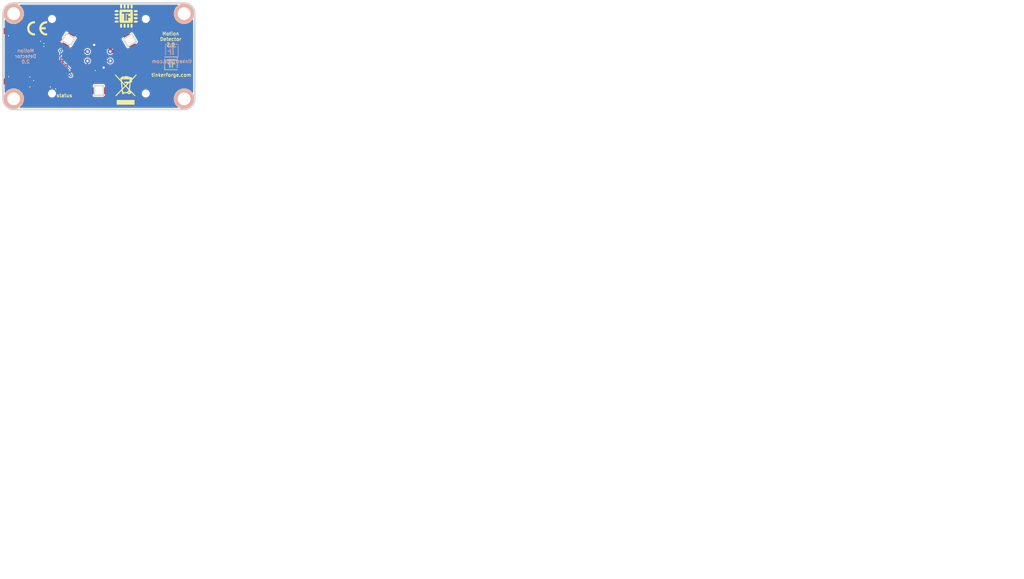
<source format=kicad_pcb>
(kicad_pcb (version 20171130) (host pcbnew 5.0.1-33cea8e~67~ubuntu18.04.1)
  (title_block (title "Motion Detector Bricklet 2.0") (date 2017-09-05) (rev 2.0) (company "Tinkerforge GmbH") (comment 1 "Licensed under CERN OHL v.1.1") (comment 2 "Copyright (©) 2017, B.Nordmeyer <bastian@tinkerforge.com>"))
  (layers (0 Vorderseite jumper) (31 Rückseite jumper) (34 B.Paste user) (35 F.Paste user) (36 B.SilkS user) (37 F.SilkS user) (38 B.Mask user) (39 F.Mask user) (44 Edge.Cuts user))
  (net 0 "")
  (net 1 GND)
  (net 2 VCC)
  (net 3 "Net-(C1-Pad2)")
  (net 4 VSENS)
  (net 5 "Net-(D1-Pad2)")
  (net 6 "Net-(D2-Pad1)")
  (net 7 "Net-(D3-Pad1)")
  (net 8 "Net-(D4-Pad1)")
  (net 9 "Net-(J1-Pad1)")
  (net 10 "Net-(P1-Pad4)")
  (net 11 "Net-(P1-Pad5)")
  (net 12 "Net-(P1-Pad6)")
  (net 13 "Net-(P2-Pad2)")
  (net 14 "Net-(R1-Pad1)")
  (net 15 S-MISO)
  (net 16 S-MOSI)
  (net 17 S-CLK)
  (net 18 S-CS)
  (net 19 ENABLE)
  (net 20 VOUT)
  (net 21 "Net-(R2-Pad1)")
  (net 22 LED_TOP_L)
  (net 23 LED_TOP_R)
  (net 24 LED_BTM)
  (net 25 "Net-(P1-Pad1)")
  (net 26 "Net-(U1-Pad3)")
  (net 27 "Net-(U1-Pad5)")
  (net 28 "Net-(U1-Pad6)")
  (net 29 "Net-(U1-Pad8)")
  (net 30 "Net-(U1-Pad15)")
  (net 31 "Net-(U1-Pad16)")
  (net 32 "Net-(U1-Pad17)")
  (net 33 "Net-(U1-Pad18)")
  (net 34 "Net-(U1-Pad19)")
  (module Fiducial_Mark (layer Vorderseite) (at 50.4 52.3)
    (fp_text reference Fiducial_Mark hide)
    (fp_text value VAL** hide)
    (pad 1 smd circle (at 0 0) (size 1.00076 1.00076) (layers Vorderseite F.Mask) (clearance 0.65024))
  )
  (module Fiducial_Mark (layer Vorderseite) (at 80.4 32.3)
    (fp_text reference Fiducial_Mark hide)
    (fp_text value VAL** hide)
    (pad 1 smd circle (at 0 0) (size 1.00076 1.00076) (layers Vorderseite F.Mask) (clearance 0.65024))
  )
  (module Logo_31x31m (layer Vorderseite) (at 83.9 42.4 180)
    (fp_text reference G*** hide)
    (fp_text value LOGO hide)
  )
  (module kicad-libraries:DEBUG_PAD (layer Vorderseite) (at 51.3 46)
    (fp_text reference J1)
    (fp_text value Debug)
    (pad 1 smd circle (at 0 0) (size 0.7 0.7) (layers Vorderseite F.Paste F.Mask) (net 9 "Net-(J1-Pad1)"))
  )
  (module kicad-libraries:CON-SENSOR2 (layer Vorderseite) (at 43 42.3 270)
    (fp_text reference P1)
    (fp_text value CON-SENSOR2)
    (pad 1 smd rect (at -3.75 -4.6 270) (size 0.6 1.8) (layers Vorderseite F.Paste F.Mask) (net 25 "Net-(P1-Pad1)"))
    (pad 2 smd rect (at -2.5 -4.6 270) (size 0.6 1.8) (layers Vorderseite F.Paste F.Mask) (net 1 GND))
    (pad EP smd rect (at -5.9 -1.2 270) (size 1.4 2.4) (layers Vorderseite F.Paste F.Mask) (net 1 GND))
    (pad EP smd rect (at 5.9 -1.2 270) (size 1.4 2.4) (layers Vorderseite F.Paste F.Mask) (net 1 GND))
    (pad 3 smd rect (at -1.25 -4.6 270) (size 0.6 1.8) (layers Vorderseite F.Paste F.Mask) (net 2 VCC))
    (pad 4 smd rect (at 0 -4.6 270) (size 0.6 1.8) (layers Vorderseite F.Paste F.Mask) (net 10 "Net-(P1-Pad4)"))
    (pad 5 smd rect (at 1.25 -4.6 270) (size 0.6 1.8) (layers Vorderseite F.Paste F.Mask) (net 11 "Net-(P1-Pad5)"))
    (pad 6 smd rect (at 2.5 -4.6 270) (size 0.6 1.8) (layers Vorderseite F.Paste F.Mask) (net 12 "Net-(P1-Pad6)"))
    (pad 7 smd rect (at 3.75 -4.6 270) (size 0.6 1.8) (layers Vorderseite F.Paste F.Mask) (net 3 "Net-(C1-Pad2)"))
  )
  (module kicad-libraries:SolderJumper (layer Vorderseite) (at 50.3 49.5)
    (fp_text reference P2)
    (fp_text value Boot)
    (pad 2 smd rect (at 0.55 0) (size 0.3 1.4) (layers Vorderseite F.Mask) (net 13 "Net-(P2-Pad2)"))
    (pad 2 smd rect (at 0.15 0) (size 0.6 0.5) (layers Vorderseite F.Mask) (net 13 "Net-(P2-Pad2)"))
    (pad 1 smd rect (at -0.5 0) (size 0.4 1.4) (layers Vorderseite F.Mask) (net 1 GND))
    (pad 1 smd rect (at -0.225 0.55) (size 0.95 0.3) (layers Vorderseite F.Mask) (net 1 GND))
    (pad 1 smd rect (at -0.225 -0.55) (size 0.95 0.3) (layers Vorderseite F.Mask) (net 1 GND))
  )
  (module kicad-libraries:4X0402 (layer Vorderseite) (at 50.8 44.2 270)
    (fp_text reference RP1)
    (fp_text value 82)
    (pad 1 smd rect (at -0.7493 0.575 90) (size 0.29972 0.65) (layers Vorderseite F.Paste F.Mask) (net 10 "Net-(P1-Pad4)"))
    (pad 2 smd rect (at -0.24892 0.575 90) (size 0.29972 0.65) (layers Vorderseite F.Paste F.Mask) (net 11 "Net-(P1-Pad5)"))
    (pad 3 smd rect (at 0.24892 0.575 90) (size 0.29972 0.65) (layers Vorderseite F.Paste F.Mask) (net 12 "Net-(P1-Pad6)"))
    (pad 4 smd rect (at 0.7493 0.575 90) (size 0.29972 0.65) (layers Vorderseite F.Paste F.Mask) (net 3 "Net-(C1-Pad2)"))
    (pad 5 smd rect (at 0.7493 -0.575 270) (size 0.29972 0.65) (layers Vorderseite F.Paste F.Mask) (net 15 S-MISO))
    (pad 6 smd rect (at 0.24892 -0.575 270) (size 0.29972 0.65) (layers Vorderseite F.Paste F.Mask) (net 16 S-MOSI))
    (pad 7 smd rect (at -0.24892 -0.575 270) (size 0.29972 0.65) (layers Vorderseite F.Paste F.Mask) (net 17 S-CLK))
    (pad 8 smd rect (at -0.7493 -0.575 270) (size 0.29972 0.65) (layers Vorderseite F.Paste F.Mask) (net 18 S-CS))
  )
  (module kicad-libraries:QFN24-4x4mm-0.5mm (layer Vorderseite) (at 55.7 45.6)
    (fp_text reference U1)
    (fp_text value XMC110024)
    (pad 1 smd oval (at -2.025 -1.25) (size 1 0.3) (layers Vorderseite F.Paste F.Mask) (net 15 S-MISO))
    (pad 2 smd oval (at -2.025 -0.75) (size 1 0.3) (layers Vorderseite F.Paste F.Mask) (net 9 "Net-(J1-Pad1)"))
    (pad 3 smd oval (at -2.025 -0.25) (size 1 0.3) (layers Vorderseite F.Paste F.Mask) (net 26 "Net-(U1-Pad3)"))
    (pad 4 smd oval (at -2.025 0.25) (size 1 0.3) (layers Vorderseite F.Paste F.Mask) (net 13 "Net-(P2-Pad2)"))
    (pad 5 smd oval (at -2.025 0.75) (size 1 0.3) (layers Vorderseite F.Paste F.Mask) (net 27 "Net-(U1-Pad5)"))
    (pad 6 smd oval (at -2.025 1.25) (size 1 0.3) (layers Vorderseite F.Paste F.Mask) (net 28 "Net-(U1-Pad6)"))
    (pad 7 smd oval (at -1.25 2.025 90) (size 1 0.3) (layers Vorderseite F.Paste F.Mask) (net 14 "Net-(R1-Pad1)"))
    (pad 8 smd oval (at -0.75 2.025 90) (size 1 0.3) (layers Vorderseite F.Paste F.Mask) (net 29 "Net-(U1-Pad8)"))
    (pad 9 smd oval (at -0.25 2.025 90) (size 1 0.3) (layers Vorderseite F.Paste F.Mask) (net 1 GND))
    (pad 10 smd oval (at 0.25 2.025 90) (size 1 0.3) (layers Vorderseite F.Paste F.Mask) (net 2 VCC))
    (pad 11 smd oval (at 0.75 2.025 90) (size 1 0.3) (layers Vorderseite F.Paste F.Mask) (net 24 LED_BTM))
    (pad 12 smd oval (at 1.25 2.025 90) (size 1 0.3) (layers Vorderseite F.Paste F.Mask) (net 23 LED_TOP_R))
    (pad 13 smd oval (at 2.025 1.25) (size 1 0.3) (layers Vorderseite F.Paste F.Mask) (net 22 LED_TOP_L))
    (pad 14 smd oval (at 2.025 0.75) (size 1 0.3) (layers Vorderseite F.Paste F.Mask) (net 21 "Net-(R2-Pad1)"))
    (pad 15 smd oval (at 2.025 0.25) (size 1 0.3) (layers Vorderseite F.Paste F.Mask) (net 30 "Net-(U1-Pad15)"))
    (pad 16 smd oval (at 2.025 -0.25) (size 1 0.3) (layers Vorderseite F.Paste F.Mask) (net 31 "Net-(U1-Pad16)"))
    (pad 17 smd oval (at 2.025 -0.75) (size 1 0.3) (layers Vorderseite F.Paste F.Mask) (net 32 "Net-(U1-Pad17)"))
    (pad 18 smd oval (at 2.025 -1.25) (size 1 0.3) (layers Vorderseite F.Paste F.Mask) (net 33 "Net-(U1-Pad18)"))
    (pad 19 smd oval (at 1.25 -2.025 90) (size 1 0.3) (layers Vorderseite F.Paste F.Mask) (net 34 "Net-(U1-Pad19)"))
    (pad 20 smd oval (at 0.75 -2.025 90) (size 1 0.3) (layers Vorderseite F.Paste F.Mask) (net 19 ENABLE))
    (pad 21 smd oval (at 0.25 -2.025 90) (size 1 0.3) (layers Vorderseite F.Paste F.Mask) (net 20 VOUT))
    (pad 22 smd oval (at -0.25 -2.025 90) (size 1 0.3) (layers Vorderseite F.Paste F.Mask) (net 18 S-CS))
    (pad 23 smd oval (at -0.75 -2.025 90) (size 1 0.3) (layers Vorderseite F.Paste F.Mask) (net 17 S-CLK))
    (pad 24 smd oval (at -1.25 -2.025 90) (size 1 0.3) (layers Vorderseite F.Paste F.Mask) (net 16 S-MOSI))
    (pad EXP smd rect (at 0.65 0.65) (size 1.3 1.3) (layers Vorderseite F.Paste F.Mask) (net 1 GND))
    (pad EXP smd rect (at 0.65 -0.65) (size 1.3 1.3) (layers Vorderseite F.Paste F.Mask) (net 1 GND))
    (pad EXP smd rect (at -0.65 0.65) (size 1.3 1.3) (layers Vorderseite F.Paste F.Mask) (net 1 GND))
    (pad EXP smd rect (at -0.65 -0.65) (size 1.3 1.3) (layers Vorderseite F.Paste F.Mask) (net 1 GND))
  )
  (module kicad-libraries:Logo_CoMCU (layer Vorderseite) (at 71.8 32.9)
    (fp_text reference G*** hide)
    (fp_text value LOGO hide)
  )
  (module kicad-libraries:Logo_31x31 (layer Rückseite) (at 84.1 39.4 180)
    (fp_text reference G*** hide)
    (fp_text value Logo_31x31 hide)
  )
  (module kicad-libraries:WEEE_7mm (layer Vorderseite) (at 71.7 50.1)
    (fp_text reference VAL hide)
    (fp_text value WEEE_7mm hide)
  )
  (module kicad-libraries:CE_5mm (layer Vorderseite) (at 50.95 35.75)
    (fp_text reference VAL hide)
    (fp_text value CE_5mm hide)
  )
  (module kicad-libraries:Fresnel_Lens_S8002 (layer Rückseite) (at 65.4 42.3)
    (fp_text reference REF**)
    (fp_text value Fresnel_Lens_S8002)
    (pad "" np_thru_hole circle (at -11 8.75) (size 1.45 1.45) (drill 1.45) (layers *.Cu *.Mask))
    (pad "" np_thru_hole circle (at 11 8.75) (size 1.45 1.45) (drill 1.45) (layers *.Cu *.Mask))
    (pad "" np_thru_hole circle (at 11 -8.75) (size 1.45 1.45) (drill 1.45) (layers *.Cu *.Mask))
    (pad "" np_thru_hole circle (at -11 -8.75) (size 1.45 1.45) (drill 1.45) (layers *.Cu *.Mask))
  )
  (module kicad-libraries:D1206_INV (layer Vorderseite) (at 58.3 38.4 240)
    (fp_text reference D2)
    (fp_text value blue_inv)
    (pad 1 smd rect (at -1.8 0 240) (size 1.5 1.6) (layers Vorderseite F.Paste F.Mask) (net 6 "Net-(D2-Pad1)"))
    (pad 2 smd rect (at 1.8 0 240) (size 1.5 1.6) (layers Vorderseite F.Paste F.Mask) (net 22 LED_TOP_L))
  )
  (module kicad-libraries:D1206_INV (layer Vorderseite) (at 72.6 38.6 120)
    (fp_text reference D3)
    (fp_text value blue_inv)
    (pad 1 smd rect (at -1.8 0 120) (size 1.5 1.6) (layers Vorderseite F.Paste F.Mask) (net 7 "Net-(D3-Pad1)"))
    (pad 2 smd rect (at 1.8 0 120) (size 1.5 1.6) (layers Vorderseite F.Paste F.Mask) (net 23 LED_TOP_R))
  )
  (module kicad-libraries:D1206_INV (layer Vorderseite) (at 65.4 50.4 180)
    (fp_text reference D4)
    (fp_text value blue_inv)
    (pad 1 smd rect (at -1.8 0 180) (size 1.5 1.6) (layers Vorderseite F.Paste F.Mask) (net 8 "Net-(D4-Pad1)"))
    (pad 2 smd rect (at 1.8 0 180) (size 1.5 1.6) (layers Vorderseite F.Paste F.Mask) (net 24 LED_BTM))
  )
  (module kicad-libraries:C0402F (layer Vorderseite) (at 50.1 46.6 90)
    (fp_text reference C1)
    (fp_text value 220pF)
    (pad 2 smd rect (at 0.5 0 90) (size 0.6 0.7) (layers Vorderseite F.Paste F.Mask) (net 3 "Net-(C1-Pad2)"))
    (pad 1 smd rect (at -0.5 0 90) (size 0.6 0.7) (layers Vorderseite F.Paste F.Mask) (net 1 GND))
  )
  (module kicad-libraries:C0805 (layer Vorderseite) (at 50.1 40.4 270)
    (fp_text reference C2)
    (fp_text value 10uF)
    (pad 1 smd rect (at -1.00076 0 270) (size 1.00076 1.24968) (layers Vorderseite F.Paste F.Mask) (net 1 GND) (clearance 0.14986))
    (pad 2 smd rect (at 1.00076 0 270) (size 1.00076 1.24968) (layers Vorderseite F.Paste F.Mask) (net 2 VCC) (clearance 0.14986))
  )
  (module kicad-libraries:C0603F (layer Vorderseite) (at 51.7 40.4 270)
    (fp_text reference C3)
    (fp_text value 1uF)
    (pad 1 smd rect (at -0.75 0 270) (size 0.9 0.9) (layers Vorderseite F.Paste F.Mask) (net 1 GND))
    (pad 2 smd rect (at 0.75 0 270) (size 0.9 0.9) (layers Vorderseite F.Paste F.Mask) (net 2 VCC))
  )
  (module kicad-libraries:C0603F (layer Vorderseite) (at 55.7 49.2)
    (fp_text reference C4)
    (fp_text value 100nF)
    (pad 1 smd rect (at -0.75 0) (size 0.9 0.9) (layers Vorderseite F.Paste F.Mask) (net 1 GND))
    (pad 2 smd rect (at 0.75 0) (size 0.9 0.9) (layers Vorderseite F.Paste F.Mask) (net 2 VCC))
  )
  (module kicad-libraries:C0603F (layer Vorderseite) (at 62.95 45.65 180)
    (fp_text reference C6)
    (fp_text value 100nF)
    (pad 1 smd rect (at -0.75 0 180) (size 0.9 0.9) (layers Vorderseite F.Paste F.Mask) (net 1 GND))
    (pad 2 smd rect (at 0.75 0 180) (size 0.9 0.9) (layers Vorderseite F.Paste F.Mask) (net 4 VSENS))
  )
  (module kicad-libraries:C0603F (layer Vorderseite) (at 67.3 38.7)
    (fp_text reference C7)
    (fp_text value 100nF)
    (pad 1 smd rect (at -0.75 0) (size 0.9 0.9) (layers Vorderseite F.Paste F.Mask) (net 1 GND))
    (pad 2 smd rect (at 0.75 0) (size 0.9 0.9) (layers Vorderseite F.Paste F.Mask) (net 2 VCC))
  )
  (module kicad-libraries:D0603F (layer Vorderseite) (at 57.3 52.9 180)
    (fp_text reference D1)
    (fp_text value blue)
    (pad 1 smd rect (at -0.75 0 180) (size 0.9 0.9) (layers Vorderseite F.Paste F.Mask) (net 2 VCC))
    (pad 2 smd rect (at 0.75 0 180) (size 0.9 0.9) (layers Vorderseite F.Paste F.Mask) (net 5 "Net-(D1-Pad2)"))
  )
  (module kicad-libraries:R0603F (layer Vorderseite) (at 54.3 52.9)
    (fp_text reference R1)
    (fp_text value 1k)
    (pad 1 smd rect (at -0.75 0) (size 0.9 0.9) (layers Vorderseite F.Paste F.Mask) (net 14 "Net-(R1-Pad1)"))
    (pad 2 smd rect (at 0.75 0) (size 0.9 0.9) (layers Vorderseite F.Paste F.Mask) (net 5 "Net-(D1-Pad2)"))
  )
  (module kicad-libraries:R0603F (layer Vorderseite) (at 60 45.65)
    (fp_text reference R2)
    (fp_text value 1k)
    (pad 1 smd rect (at -0.75 0) (size 0.9 0.9) (layers Vorderseite F.Paste F.Mask) (net 21 "Net-(R2-Pad1)"))
    (pad 2 smd rect (at 0.75 0) (size 0.9 0.9) (layers Vorderseite F.Paste F.Mask) (net 4 VSENS))
  )
  (module kicad-libraries:R0603F (layer Vorderseite) (at 61.25 34.4)
    (fp_text reference R3)
    (fp_text value 68)
    (pad 1 smd rect (at -0.75 0) (size 0.9 0.9) (layers Vorderseite F.Paste F.Mask) (net 6 "Net-(D2-Pad1)"))
    (pad 2 smd rect (at 0.75 0) (size 0.9 0.9) (layers Vorderseite F.Paste F.Mask) (net 2 VCC))
  )
  (module kicad-libraries:R0603F (layer Vorderseite) (at 72.3 42.4 180)
    (fp_text reference R4)
    (fp_text value 68)
    (pad 1 smd rect (at -0.75 0 180) (size 0.9 0.9) (layers Vorderseite F.Paste F.Mask) (net 7 "Net-(D3-Pad1)"))
    (pad 2 smd rect (at 0.75 0 180) (size 0.9 0.9) (layers Vorderseite F.Paste F.Mask) (net 2 VCC))
  )
  (module kicad-libraries:R0603F (layer Vorderseite) (at 65.4 52.4 180)
    (fp_text reference R5)
    (fp_text value 22)
    (pad 1 smd rect (at -0.75 0 180) (size 0.9 0.9) (layers Vorderseite F.Paste F.Mask) (net 8 "Net-(D4-Pad1)"))
    (pad 2 smd rect (at 0.75 0 180) (size 0.9 0.9) (layers Vorderseite F.Paste F.Mask) (net 2 VCC))
  )
  (module kicad-libraries:AM612 (layer Rückseite) (at 65.4 42.3 225)
    (fp_text reference U3)
    (fp_text value AM612)
    (pad 2 thru_hole circle (at 1.1 2.670001 225) (size 1.2 1.2) (drill 0.55) (layers *.Cu *.Mask) (net 19 ENABLE))
    (pad 1 thru_hole circle (at 2.670001 1.1 225) (size 1.2 1.2) (drill 0.55) (layers *.Cu *.Mask) (net 4 VSENS))
    (pad 3 thru_hole circle (at -1.1 2.670001 225) (size 1.2 1.2) (drill 0.55) (layers *.Cu *.Mask) (net 1 GND))
    (pad 5 thru_hole circle (at -1.1 -2.670001 225) (size 1.2 1.2) (drill 0.55) (layers *.Cu *.Mask) (net 20 VOUT))
    (pad 4 thru_hole circle (at -2.670001 -1.1 225) (size 1.2 1.2) (drill 0.55) (layers *.Cu *.Mask) (net 2 VCC))
    (pad 6 thru_hole circle (at 1.1 -2.670001 225) (size 1.2 1.2) (drill 0.55) (layers *.Cu *.Mask) (net 1 GND))
  )
  (module kicad-libraries:DRILL_NP (layer Vorderseite) (at 45.4 52.3)
    (fp_text reference U4 hide)
    (fp_text value DRILL hide)
    (pad "" np_thru_hole circle (at 0 0) (size 2.99974 2.99974) (drill 2.99974) (layers *.Cu *.Mask F.SilkS) (clearance 0.89916))
  )
  (module kicad-libraries:DRILL_NP (layer Vorderseite) (at 85.4 52.3)
    (fp_text reference U5 hide)
    (fp_text value DRILL hide)
    (pad "" np_thru_hole circle (at 0 0) (size 2.99974 2.99974) (drill 2.99974) (layers *.Cu *.Mask F.SilkS) (clearance 0.89916))
  )
  (module kicad-libraries:DRILL_NP (layer Vorderseite) (at 45.4 32.3)
    (fp_text reference U6 hide)
    (fp_text value DRILL hide)
    (pad "" np_thru_hole circle (at 0 0) (size 2.99974 2.99974) (drill 2.99974) (layers *.Cu *.Mask F.SilkS) (clearance 0.89916))
  )
  (module kicad-libraries:DRILL_NP (layer Vorderseite) (at 85.4 32.3)
    (fp_text reference U7 hide)
    (fp_text value DRILL hide)
    (pad "" np_thru_hole circle (at 0 0) (size 2.99974 2.99974) (drill 2.99974) (layers *.Cu *.Mask F.SilkS) (clearance 0.89916))
  )
  (gr_line (start 42.9 52.3) (end 42.9 32.3) (angle 90) (layer Edge.Cuts) (width 0.381))
  (gr_line (start 85.4 54.8) (end 45.4 54.8) (angle 90) (layer Edge.Cuts) (width 0.381))
  (gr_arc (start 45.4 52.3) (end 45.4 54.8) (angle 90) (layer Edge.Cuts) (width 0.381))
  (gr_arc (start 45.4 32.3) (end 42.9 32.3) (angle 90) (layer Edge.Cuts) (width 0.381))
  (gr_line (start 87.9 32.3) (end 87.9 52.3) (angle 90) (layer Edge.Cuts) (width 0.381))
  (gr_line (start 85.4 29.8) (end 45.4 29.8) (angle 90) (layer Edge.Cuts) (width 0.381))
  (gr_arc (start 85.4 32.3) (end 85.4 29.8) (angle 90) (layer Edge.Cuts) (width 0.381))
  (gr_arc (start 85.4 52.3) (end 87.9 52.3) (angle 90) (layer Edge.Cuts) (width 0.381))
  (gr_line (start 66.45 49.2) (end 64.35 49.2) (angle 90) (layer Edge.Cuts) (width 0.381))
  (gr_line (start 66.45 51.5) (end 66.45 49.2) (angle 90) (layer Edge.Cuts) (width 0.381))
  (gr_line (start 64.35 51.5) (end 66.45 51.5) (angle 90) (layer Edge.Cuts) (width 0.381))
  (gr_line (start 64.35 49.2) (end 64.35 51.5) (angle 90) (layer Edge.Cuts) (width 0.381))
  (gr_line (start 59.8 38.05) (end 58.725 39.85) (angle 90) (layer Edge.Cuts) (width 0.381))
  (gr_line (start 57.775 36.875) (end 59.8 38.05) (angle 90) (layer Edge.Cuts) (width 0.381))
  (gr_line (start 56.725 38.7) (end 57.775 36.875) (angle 90) (layer Edge.Cuts) (width 0.381))
  (gr_line (start 58.725 39.85) (end 56.725 38.7) (angle 90) (layer Edge.Cuts) (width 0.381))
  (gr_line (start 72.175 40.05) (end 71.125 38.25) (angle 90) (layer Edge.Cuts) (width 0.381))
  (gr_line (start 74.175 38.9) (end 72.175 40.05) (angle 90) (layer Edge.Cuts) (width 0.381))
  (gr_line (start 73.125 37.075) (end 74.175 38.9) (angle 90) (layer Edge.Cuts) (width 0.381))
  (gr_line (start 71.125 38.25) (end 73.125 37.075) (angle 90) (layer Edge.Cuts) (width 0.381))
  (gr_text status (at 57.3 51.5) (layer F.SilkS) (effects (font (size 0.8 0.8))))
  (gr_text "Motion\nDetector\n2.0" (at 48.2 42.3) (layer B.SilkS) (effects (font (size 0.8 0.8)) (justify mirror)))
  (gr_text tinkerforge.com (at 82.5 43.5) (layer B.SilkS) (effects (font (size 0.8 0.8)) (justify mirror)))
  (gr_text "Motion\nDetector\n2.0" (at 82.25 38.3) (layer F.SilkS) (effects (font (size 0.8 0.8))))
  (gr_text tinkerforge.com (at 82.4 46.7) (layer F.SilkS) (effects (font (size 0.8 0.8))))
  (segment (start 54.95 49.2) (end 54.95 49.65) (width 0.59944) (layer Vorderseite) (net 1))
  (segment (start 54.95 49.65) (end 55.25 49.95) (width 0.59944) (layer Vorderseite) (net 1))
  (via (at 55.25 49.95) (size 0.70104) (drill 0.24892) (layers Vorderseite Rückseite) (net 1))
  (segment (start 63.7 45.65) (end 64.55 45.65) (width 0.59944) (layer Vorderseite) (net 1))
  (via (at 64.55 45.65) (size 0.70104) (drill 0.24892) (layers Vorderseite Rückseite) (net 1))
  (segment (start 66.55 38.7) (end 65.224049 38.7) (width 0.8001) (layer Vorderseite) (net 1))
  (segment (start 65.224049 38.7) (end 64.289842 39.634207) (width 0.8001) (layer Vorderseite) (net 1))
  (segment (start 49.8 49.5) (end 49.8 50) (width 0.2) (layer Vorderseite) (net 1))
  (segment (start 49.8 50) (end 49.85 50.05) (width 0.2) (layer Vorderseite) (net 1))
  (segment (start 49.85 50.05) (end 50.1 50.05) (width 0.2) (layer Vorderseite) (net 1))
  (segment (start 50.1 50.05) (end 50.075 50.05) (width 0.2) (layer Vorderseite) (net 1))
  (segment (start 50.075 48.95) (end 49.8 48.95) (width 0.2) (layer Vorderseite) (net 1))
  (segment (start 49.8 48.95) (end 49.8 49.5) (width 0.2) (layer Vorderseite) (net 1))
  (segment (start 49.8 49.5) (end 49.2 49.5) (width 0.2) (layer Vorderseite) (net 1))
  (via (at 49.2 49.5) (size 0.70104) (drill 0.24892) (layers Vorderseite Rückseite) (net 1))
  (segment (start 50.1 47.25) (end 49.25 47.25) (width 0.2) (layer Vorderseite) (net 1))
  (via (at 49.2 47.2) (size 0.70104) (drill 0.24892) (layers Vorderseite Rückseite) (net 1))
  (segment (start 49.25 47.25) (end 49.2 47.2) (width 0.2) (layer Vorderseite) (net 1))
  (segment (start 50.1 47.25) (end 50.1 48) (width 0.2) (layer Vorderseite) (net 1))
  (via (at 50.1 48) (size 0.70104) (drill 0.24892) (layers Vorderseite Rückseite) (net 1))
  (segment (start 56.35 46.25) (end 55.05 46.25) (width 0.2) (layer Vorderseite) (net 1))
  (segment (start 55.05 44.95) (end 56.35 44.95) (width 0.2) (layer Vorderseite) (net 1))
  (segment (start 55.05 46.25) (end 55.05 44.95) (width 0.2) (layer Vorderseite) (net 1))
  (segment (start 55.45 47.625) (end 55.45 46.65) (width 0.2) (layer Vorderseite) (net 1))
  (segment (start 55.45 46.65) (end 55.05 46.25) (width 0.2) (layer Vorderseite) (net 1))
  (segment (start 51.7 39.65) (end 51.7 38.8) (width 0.59944) (layer Vorderseite) (net 1))
  (via (at 51.7 38.8) (size 0.70104) (drill 0.24892) (layers Vorderseite Rückseite) (net 1))
  (segment (start 51.7 39.65) (end 52.15 39.65) (width 0.59944) (layer Vorderseite) (net 1))
  (segment (start 52.15 39.65) (end 52.5 39.3) (width 0.59944) (layer Vorderseite) (net 1))
  (via (at 52.5 39.3) (size 0.70104) (drill 0.24892) (layers Vorderseite Rückseite) (net 1))
  (segment (start 52.15 39.65) (end 52.5 40) (width 0.59944) (layer Vorderseite) (net 1))
  (via (at 52.5 40) (size 0.70104) (drill 0.24892) (layers Vorderseite Rückseite) (net 1))
  (segment (start 50.1 39.39924) (end 50.79924 39.39924) (width 0.59944) (layer Vorderseite) (net 1))
  (segment (start 51.05 39.65) (end 51.7 39.65) (width 0.59944) (layer Vorderseite) (net 1))
  (segment (start 50.79924 39.39924) (end 51.05 39.65) (width 0.59944) (layer Vorderseite) (net 1))
  (segment (start 47.6 39.8) (end 48.7 39.8) (width 0.59944) (layer Vorderseite) (net 1))
  (segment (start 49.10076 39.39924) (end 50.1 39.39924) (width 0.59944) (layer Vorderseite) (net 1))
  (segment (start 48.7 39.8) (end 49.10076 39.39924) (width 0.59944) (layer Vorderseite) (net 1))
  (segment (start 44.2 36.4) (end 44.2 37.5) (width 0.59944) (layer Vorderseite) (net 1))
  (via (at 44.2 37.5) (size 0.70104) (drill 0.24892) (layers Vorderseite Rückseite) (net 1))
  (segment (start 44.2 48.2) (end 44.2 47.1) (width 0.59944) (layer Vorderseite) (net 1))
  (via (at 44.2 47.1) (size 0.70104) (drill 0.24892) (layers Vorderseite Rückseite) (net 1))
  (segment (start 54.95 49.2) (end 54.3 49.2) (width 0.59944) (layer Vorderseite) (net 1))
  (via (at 54 49.5) (size 0.70104) (drill 0.24892) (layers Vorderseite Rückseite) (net 1))
  (segment (start 54.3 49.2) (end 54 49.5) (width 0.59944) (layer Vorderseite) (net 1))
  (segment (start 55.45 47.625) (end 55.45 48.45) (width 0.29972) (layer Vorderseite) (net 1))
  (segment (start 55.45 48.45) (end 54.95 48.95) (width 0.29972) (layer Vorderseite) (net 1))
  (segment (start 54.95 48.95) (end 54.95 49.2) (width 0.2) (layer Vorderseite) (net 1))
  (segment (start 68.05 38.7) (end 68.05 34.6) (width 0.59944) (layer Vorderseite) (net 2))
  (segment (start 68.05 34.6) (end 66.6 33.15) (width 0.59944) (layer Vorderseite) (net 2))
  (segment (start 61.5 33.15) (end 66.6 33.15) (width 0.59944) (layer Vorderseite) (net 2))
  (segment (start 66.6 33.15) (end 71.85 33.15) (width 0.59944) (layer Vorderseite) (net 2))
  (segment (start 75.6 48) (end 75.6 36.9) (width 0.59944) (layer Vorderseite) (net 2))
  (segment (start 69.7 53.9) (end 75.6 48) (width 0.59944) (layer Vorderseite) (net 2))
  (segment (start 62.5 53.9) (end 69.7 53.9) (width 0.59944) (layer Vorderseite) (net 2))
  (segment (start 61.5 52.9) (end 62.5 53.9) (width 0.59944) (layer Vorderseite) (net 2))
  (segment (start 61.4 52.9) (end 61.5 52.9) (width 0.59944) (layer Vorderseite) (net 2))
  (segment (start 71.85 33.15) (end 75.6 36.9) (width 0.59944) (layer Vorderseite) (net 2))
  (segment (start 56.4 38.3) (end 56.4 36.4) (width 0.59944) (layer Vorderseite) (net 2))
  (segment (start 62 33.65) (end 62 34.4) (width 0.59944) (layer Vorderseite) (net 2))
  (segment (start 61.5 33.15) (end 62 33.65) (width 0.59944) (layer Vorderseite) (net 2))
  (segment (start 59.65 33.15) (end 61.5 33.15) (width 0.59944) (layer Vorderseite) (net 2))
  (segment (start 56.4 36.4) (end 59.65 33.15) (width 0.59944) (layer Vorderseite) (net 2))
  (segment (start 61.4 52.9) (end 64.15 52.9) (width 0.29972) (layer Vorderseite) (net 2))
  (segment (start 64.15 52.9) (end 64.65 52.4) (width 0.29972) (layer Vorderseite) (net 2))
  (segment (start 58.05 52.9) (end 61.4 52.9) (width 0.59944) (layer Vorderseite) (net 2))
  (segment (start 51.7 41.15) (end 53.55 41.15) (width 0.59944) (layer Vorderseite) (net 2))
  (segment (start 53.55 41.15) (end 56.4 38.3) (width 0.59944) (layer Vorderseite) (net 2))
  (segment (start 68.065793 41.189842) (end 70.339842 41.189842) (width 0.8001) (layer Vorderseite) (net 2))
  (segment (start 70.339842 41.189842) (end 71.55 42.4) (width 0.8001) (layer Vorderseite) (net 2))
  (segment (start 68.065793 41.189842) (end 68.065793 38.715793) (width 0.8001) (layer Vorderseite) (net 2))
  (segment (start 68.065793 38.715793) (end 68.05 38.7) (width 0.8001) (layer Vorderseite) (net 2))
  (segment (start 50.1 41.40076) (end 50.79924 41.40076) (width 0.59944) (layer Vorderseite) (net 2))
  (segment (start 51.05 41.15) (end 51.7 41.15) (width 0.59944) (layer Vorderseite) (net 2))
  (segment (start 50.79924 41.40076) (end 51.05 41.15) (width 0.59944) (layer Vorderseite) (net 2))
  (segment (start 47.6 41.05) (end 48.95 41.05) (width 0.59944) (layer Vorderseite) (net 2))
  (segment (start 49.30076 41.40076) (end 50.1 41.40076) (width 0.59944) (layer Vorderseite) (net 2))
  (segment (start 48.95 41.05) (end 49.30076 41.40076) (width 0.59944) (layer Vorderseite) (net 2))
  (segment (start 56.45 49.2) (end 56.45 50.05) (width 0.59944) (layer Vorderseite) (net 2))
  (segment (start 58.05 51.65) (end 58.05 52.9) (width 0.59944) (layer Vorderseite) (net 2))
  (segment (start 56.45 50.05) (end 58.05 51.65) (width 0.59944) (layer Vorderseite) (net 2))
  (segment (start 55.95 47.625) (end 55.95 48.45) (width 0.29972) (layer Vorderseite) (net 2))
  (segment (start 55.95 48.45) (end 56.45 48.95) (width 0.29972) (layer Vorderseite) (net 2))
  (segment (start 56.45 48.95) (end 56.45 49.2) (width 0.2) (layer Vorderseite) (net 2))
  (segment (start 50.225 44.9493) (end 50.225 45.825) (width 0.2) (layer Vorderseite) (net 3))
  (segment (start 50.225 45.825) (end 50.1 45.95) (width 0.2) (layer Vorderseite) (net 3))
  (segment (start 47.6 46.05) (end 50 46.05) (width 0.2) (layer Vorderseite) (net 3))
  (segment (start 50 46.05) (end 50.1 45.95) (width 0.2) (layer Vorderseite) (net 3))
  (segment (start 62.734207 43.410158) (end 62.734207 44.215793) (width 0.29972) (layer Vorderseite) (net 4))
  (segment (start 62.2 44.75) (end 62.2 45.65) (width 0.29972) (layer Vorderseite) (net 4))
  (segment (start 62.734207 44.215793) (end 62.2 44.75) (width 0.29972) (layer Vorderseite) (net 4))
  (segment (start 60.75 45.65) (end 62.2 45.65) (width 0.29972) (layer Vorderseite) (net 4))
  (segment (start 55.05 52.9) (end 56.55 52.9) (width 0.2) (layer Vorderseite) (net 5))
  (segment (start 59.2 36.841154) (end 60.5 35.541154) (width 0.59944) (layer Vorderseite) (net 6))
  (segment (start 60.5 35.541154) (end 60.5 34.4) (width 0.59944) (layer Vorderseite) (net 6))
  (segment (start 73.05 42.4) (end 73.05 40.608846) (width 0.8001) (layer Vorderseite) (net 7))
  (segment (start 73.05 40.608846) (end 73.5 40.158846) (width 0.8001) (layer Vorderseite) (net 7))
  (segment (start 67.2 50.4) (end 67.2 51.35) (width 0.29972) (layer Vorderseite) (net 8))
  (segment (start 67.2 51.35) (end 66.15 52.4) (width 0.29972) (layer Vorderseite) (net 8))
  (segment (start 53.675 44.85) (end 53.05 44.85) (width 0.2) (layer Vorderseite) (net 9))
  (segment (start 51.9 46) (end 51.3 46) (width 0.2) (layer Vorderseite) (net 9))
  (segment (start 53.05 44.85) (end 51.9 46) (width 0.2) (layer Vorderseite) (net 9))
  (segment (start 47.6 42.3) (end 48.4 42.3) (width 0.2) (layer Vorderseite) (net 10))
  (segment (start 48.4 42.3) (end 49.5507 43.4507) (width 0.2) (layer Vorderseite) (net 10))
  (segment (start 49.5507 43.4507) (end 50.225 43.4507) (width 0.2) (layer Vorderseite) (net 10))
  (segment (start 47.6 43.55) (end 48.85 43.55) (width 0.2) (layer Vorderseite) (net 11))
  (segment (start 49.25108 43.95108) (end 50.225 43.95108) (width 0.2) (layer Vorderseite) (net 11))
  (segment (start 48.85 43.55) (end 49.25108 43.95108) (width 0.2) (layer Vorderseite) (net 11))
  (segment (start 47.6 44.8) (end 49.2 44.8) (width 0.2) (layer Vorderseite) (net 12))
  (segment (start 49.55108 44.44892) (end 50.225 44.44892) (width 0.2) (layer Vorderseite) (net 12))
  (segment (start 49.2 44.8) (end 49.55108 44.44892) (width 0.2) (layer Vorderseite) (net 12))
  (segment (start 50.85 49.5) (end 50.45 49.5) (width 0.2) (layer Vorderseite) (net 13))
  (segment (start 53.675 45.85) (end 52.85 45.85) (width 0.2) (layer Vorderseite) (net 13))
  (segment (start 51.3 49.5) (end 50.85 49.5) (width 0.2) (layer Vorderseite) (net 13))
  (segment (start 51.7 49.1) (end 51.3 49.5) (width 0.2) (layer Vorderseite) (net 13))
  (segment (start 51.7 47) (end 51.7 49.1) (width 0.2) (layer Vorderseite) (net 13))
  (segment (start 52.85 45.85) (end 51.7 47) (width 0.2) (layer Vorderseite) (net 13))
  (segment (start 54.45 47.625) (end 54.45 47.95) (width 0.2) (layer Vorderseite) (net 14))
  (segment (start 54.45 47.95) (end 53.2 49.2) (width 0.2) (layer Vorderseite) (net 14))
  (segment (start 53.2 49.2) (end 53.2 52.55) (width 0.2) (layer Vorderseite) (net 14))
  (segment (start 53.2 52.55) (end 53.55 52.9) (width 0.2) (layer Vorderseite) (net 14))
  (segment (start 51.375 44.9493) (end 52.2507 44.9493) (width 0.2) (layer Vorderseite) (net 15))
  (segment (start 52.85 44.35) (end 53.675 44.35) (width 0.2) (layer Vorderseite) (net 15))
  (segment (start 52.2507 44.9493) (end 52.85 44.35) (width 0.2) (layer Vorderseite) (net 15))
  (segment (start 51.375 44.44892) (end 52.05108 44.44892) (width 0.2) (layer Vorderseite) (net 16))
  (segment (start 52.925 43.575) (end 54.45 43.575) (width 0.2) (layer Vorderseite) (net 16))
  (segment (start 52.05108 44.44892) (end 52.925 43.575) (width 0.2) (layer Vorderseite) (net 16))
  (segment (start 51.375 43.95108) (end 51.94892 43.95108) (width 0.2) (layer Vorderseite) (net 17))
  (segment (start 54.95 42.95) (end 54.95 43.575) (width 0.2) (layer Vorderseite) (net 17))
  (segment (start 54.6 42.6) (end 54.95 42.95) (width 0.2) (layer Vorderseite) (net 17))
  (segment (start 53.3 42.6) (end 54.6 42.6) (width 0.2) (layer Vorderseite) (net 17))
  (segment (start 51.94892 43.95108) (end 53.3 42.6) (width 0.2) (layer Vorderseite) (net 17))
  (segment (start 51.375 43.4507) (end 51.7493 43.4507) (width 0.2) (layer Vorderseite) (net 18))
  (segment (start 55.45 42.65) (end 55.45 43.575) (width 0.2) (layer Vorderseite) (net 18))
  (segment (start 54.9 42.1) (end 55.45 42.65) (width 0.2) (layer Vorderseite) (net 18))
  (segment (start 53.1 42.1) (end 54.9 42.1) (width 0.2) (layer Vorderseite) (net 18))
  (segment (start 51.7493 43.4507) (end 53.1 42.1) (width 0.2) (layer Vorderseite) (net 18))
  (segment (start 62.734207 41.189842) (end 62.110158 41.189842) (width 0.2) (layer Vorderseite) (net 19))
  (segment (start 56.45 42.85) (end 56.45 43.575) (width 0.2) (layer Vorderseite) (net 19))
  (segment (start 57.3 42) (end 56.45 42.85) (width 0.2) (layer Vorderseite) (net 19))
  (segment (start 61.3 42) (end 57.3 42) (width 0.2) (layer Vorderseite) (net 19))
  (segment (start 62.110158 41.189842) (end 61.3 42) (width 0.2) (layer Vorderseite) (net 19))
  (segment (start 55.95 43.575) (end 55.95 42.45) (width 0.2) (layer Vorderseite) (net 20))
  (segment (start 66.410158 43.410158) (end 68.065793 43.410158) (width 0.2) (layer Vorderseite) (net 20))
  (segment (start 63.1 40.1) (end 66.410158 43.410158) (width 0.2) (layer Vorderseite) (net 20))
  (segment (start 61.6 40.1) (end 63.1 40.1) (width 0.2) (layer Vorderseite) (net 20))
  (segment (start 60.2 41.5) (end 61.6 40.1) (width 0.2) (layer Vorderseite) (net 20))
  (segment (start 56.9 41.5) (end 60.2 41.5) (width 0.2) (layer Vorderseite) (net 20))
  (segment (start 55.95 42.45) (end 56.9 41.5) (width 0.2) (layer Vorderseite) (net 20))
  (segment (start 57.725 46.35) (end 58.35 46.35) (width 0.29972) (layer Vorderseite) (net 21))
  (segment (start 58.35 46.35) (end 59.05 45.65) (width 0.29972) (layer Vorderseite) (net 21))
  (segment (start 59.05 45.65) (end 59.25 45.65) (width 0.2) (layer Vorderseite) (net 21))
  (via (at 58.8 46.85) (size 0.70104) (drill 0.24892) (layers Vorderseite Rückseite) (net 22))
  (segment (start 56.4 43) (end 58.8 45.4) (width 0.2) (layer Rückseite) (net 22))
  (segment (start 58.8 45.4) (end 58.8 46.85) (width 0.2) (layer Rückseite) (net 22))
  (segment (start 57.725 46.85) (end 58.8 46.85) (width 0.2) (layer Vorderseite) (net 22))
  (segment (start 56.4 43) (end 56.4 41) (width 0.2) (layer Rückseite) (net 22))
  (via (at 56.4 41) (size 0.70104) (drill 0.24892) (layers Vorderseite Rückseite) (net 22))
  (segment (start 56.4 41) (end 57.4 40) (width 0.2) (layer Vorderseite) (net 22))
  (segment (start 57.4 40) (end 57.4 39.958846) (width 0.2) (layer Vorderseite) (net 22))
  (segment (start 56.95 47.625) (end 56.95 47.949998) (width 0.2) (layer Vorderseite) (net 23))
  (segment (start 56.95 47.949998) (end 57.050002 48.05) (width 0.2) (layer Vorderseite) (net 23))
  (segment (start 57.050002 48.05) (end 67.25 48.05) (width 0.2) (layer Vorderseite) (net 23))
  (segment (start 67.25 48.05) (end 72.3 43) (width 0.2) (layer Vorderseite) (net 23))
  (segment (start 70.6 38.141154) (end 71.7 37.041154) (width 0.2) (layer Vorderseite) (net 23))
  (segment (start 70.6 39.4) (end 70.6 38.141154) (width 0.2) (layer Vorderseite) (net 23))
  (segment (start 72.3 41.1) (end 70.6 39.4) (width 0.2) (layer Vorderseite) (net 23))
  (segment (start 72.3 43) (end 72.3 41.1) (width 0.2) (layer Vorderseite) (net 23))
  (segment (start 56.45 47.625) (end 56.45 48.2) (width 0.2) (layer Vorderseite) (net 24))
  (segment (start 59.1 50.4) (end 63.6 50.4) (width 0.2) (layer Vorderseite) (net 24))
  (segment (start 57.15 48.45) (end 59.1 50.4) (width 0.2) (layer Vorderseite) (net 24))
  (segment (start 56.7 48.45) (end 57.15 48.45) (width 0.2) (layer Vorderseite) (net 24))
  (segment (start 56.45 48.2) (end 56.7 48.45) (width 0.2) (layer Vorderseite) (net 24))
  (zone (net 1) (net_name GND) (layer Rückseite) (connect_pads yes (clearance 0.2)) (min_thickness 0.2) (fill yes (arc_segments 16) (thermal_gap 0.508) (thermal_bridge_width 0.508))
    (polygon (pts (xy 42.9 29.8) (xy 87.9 29.8) (xy 87.9 54.8) (xy 42.9 54.8)))
  )
)
</source>
